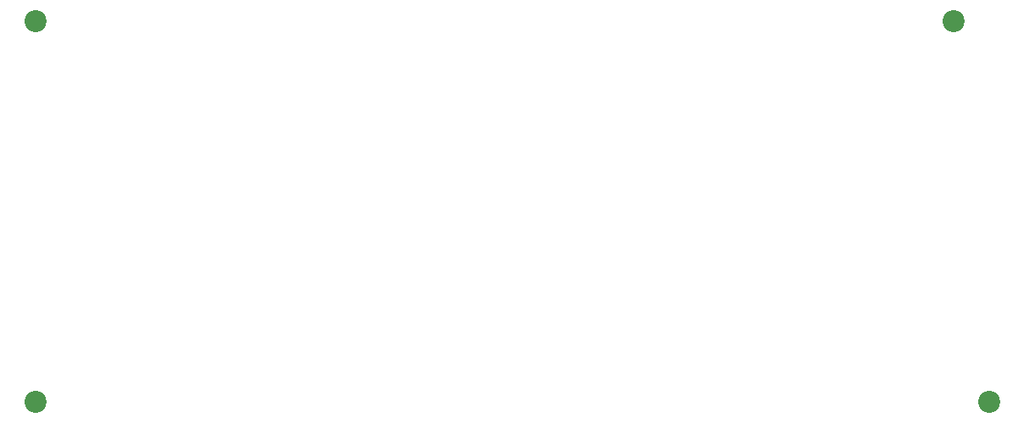
<source format=gts>
%TF.GenerationSoftware,KiCad,Pcbnew,(5.99.0-13181-gc0a6014114)*%
%TF.CreationDate,2021-11-12T19:14:43+09:00*%
%TF.ProjectId,bottom,626f7474-6f6d-42e6-9b69-6361645f7063,rev?*%
%TF.SameCoordinates,Original*%
%TF.FileFunction,Soldermask,Top*%
%TF.FilePolarity,Negative*%
%FSLAX46Y46*%
G04 Gerber Fmt 4.6, Leading zero omitted, Abs format (unit mm)*
G04 Created by KiCad (PCBNEW (5.99.0-13181-gc0a6014114)) date 2021-11-12 19:14:43*
%MOMM*%
%LPD*%
G01*
G04 APERTURE LIST*
%ADD10C,2.200000*%
G04 APERTURE END LIST*
D10*
%TO.C,H1*%
X92679070Y-80963160D03*
%TD*%
%TO.C,H2*%
X92679070Y-119053400D03*
%TD*%
%TO.C,H3*%
X187929470Y-119063320D03*
%TD*%
%TO.C,H4*%
X184415240Y-80973080D03*
%TD*%
M02*

</source>
